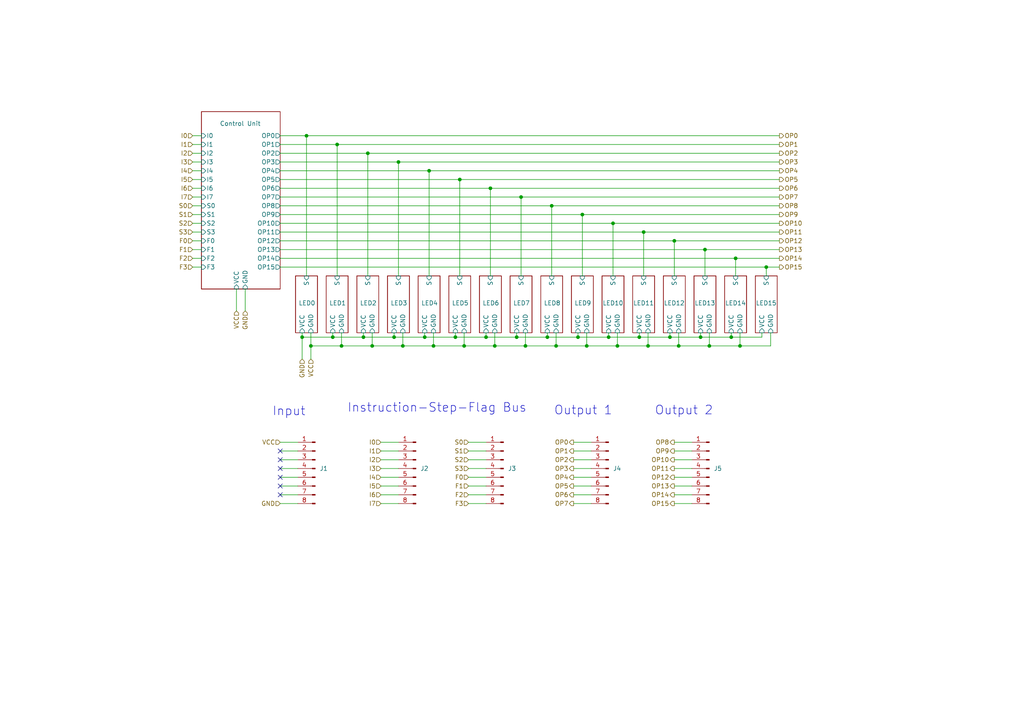
<source format=kicad_sch>
(kicad_sch (version 20250114) (generator "eeschema") (generator_version "9.0")
  (paper "A4")
  (title_block (title "Control Units") (date "2025-11-22") (rev "1.1") (company "Marco Vettigli"))
  (lib_symbols
    (symbol "Connector:Conn_01x08_Pin" (pin_names (offset 1.016) (hide yes))
      (property "Reference" "J" (at 0 10.16 0))
      (property "Value" "Conn_01x08_Pin" (at 0 -12.7 0))
      (symbol "Conn_01x08_Pin_1_1"
        (rectangle (start 0.8636 7.747) (end 0 7.493) (stroke (width 0.1524)) (fill (type outline)))
        (rectangle (start 0.8636 5.207) (end 0 4.953) (stroke (width 0.1524)) (fill (type outline)))
        (rectangle (start 0.8636 2.667) (end 0 2.413) (stroke (width 0.1524)) (fill (type outline)))
        (rectangle (start 0.8636 0.127) (end 0 -0.127) (stroke (width 0.1524)) (fill (type outline)))
        (rectangle (start 0.8636 -2.413) (end 0 -2.667) (stroke (width 0.1524)) (fill (type outline)))
        (rectangle (start 0.8636 -4.953) (end 0 -5.207) (stroke (width 0.1524)) (fill (type outline)))
        (rectangle (start 0.8636 -7.493) (end 0 -7.747) (stroke (width 0.1524)) (fill (type outline)))
        (rectangle (start 0.8636 -10.033) (end 0 -10.287) (stroke (width 0.1524)) (fill (type outline)))
        (polyline (pts (xy 1.27 7.62) (xy 0.8636 7.62)) (stroke (width 0.1524)))
        (polyline (pts (xy 1.27 5.08) (xy 0.8636 5.08)) (stroke (width 0.1524)))
        (polyline (pts (xy 1.27 2.54) (xy 0.8636 2.54)) (stroke (width 0.1524)))
        (polyline (pts (xy 1.27 0) (xy 0.8636 0)) (stroke (width 0.1524)))
        (polyline (pts (xy 1.27 -2.54) (xy 0.8636 -2.54)) (stroke (width 0.1524)))
        (polyline (pts (xy 1.27 -5.08) (xy 0.8636 -5.08)) (stroke (width 0.1524)))
        (polyline (pts (xy 1.27 -7.62) (xy 0.8636 -7.62)) (stroke (width 0.1524)))
        (polyline (pts (xy 1.27 -10.16) (xy 0.8636 -10.16)) (stroke (width 0.1524)))
        (pin passive line (at 5.08 7.62 180) (length 3.81) (name "Pin_1") (number "1"))
        (pin passive line (at 5.08 5.08 180) (length 3.81) (name "Pin_2") (number "2"))
        (pin passive line (at 5.08 2.54 180) (length 3.81) (name "Pin_3") (number "3"))
        (pin passive line (at 5.08 0 180) (length 3.81) (name "Pin_4") (number "4"))
        (pin passive line (at 5.08 -2.54 180) (length 3.81) (name "Pin_5") (number "5"))
        (pin passive line (at 5.08 -5.08 180) (length 3.81) (name "Pin_6") (number "6"))
        (pin passive line (at 5.08 -7.62 180) (length 3.81) (name "Pin_7") (number "7"))
        (pin passive line (at 5.08 -10.16 180) (length 3.81) (name "Pin_8") (number "8"))
      )
    )
  )
  (text "Instruction-Step-Flag Bus" (at 126.746 118.364 0) (effects (font (size 2.54 2.54))))
  (text "Output 2" (at 198.374 119.126 0) (effects (font (size 2.54 2.54))))
  (text "Input" (at 83.82 119.38 0) (effects (font (size 2.54 2.54))))
  (text "Output 1" (at 169.164 119.126 0) (effects (font (size 2.54 2.54))))
  (junction (at 133.35 52.07))
  (junction (at 105.41 97.79))
  (junction (at 187.96 100.33))
  (junction (at 115.57 46.99))
  (junction (at 213.36 74.93))
  (junction (at 152.4 100.33))
  (junction (at 88.9 39.37))
  (junction (at 177.8 64.77))
  (junction (at 107.95 100.33))
  (junction (at 124.46 49.53))
  (junction (at 134.62 100.33))
  (junction (at 214.63 100.33))
  (junction (at 185.42 97.79))
  (junction (at 158.75 97.79))
  (junction (at 114.3 97.79))
  (junction (at 204.47 72.39))
  (junction (at 222.25 77.47))
  (junction (at 151.13 57.15))
  (junction (at 161.29 100.33))
  (junction (at 160.02 59.69))
  (junction (at 97.79 41.91))
  (junction (at 90.17 100.33))
  (junction (at 179.07 100.33))
  (junction (at 205.74 100.33))
  (junction (at 96.52 97.79))
  (junction (at 106.68 44.45))
  (junction (at 195.58 69.85))
  (junction (at 170.18 100.33))
  (junction (at 176.53 97.79))
  (junction (at 203.2 97.79))
  (junction (at 116.84 100.33))
  (junction (at 123.19 97.79))
  (junction (at 87.63 97.79))
  (junction (at 142.24 54.61))
  (junction (at 143.51 100.33))
  (junction (at 140.97 97.79))
  (junction (at 194.31 97.79))
  (junction (at 125.73 100.33))
  (junction (at 186.69 67.31))
  (junction (at 167.64 97.79))
  (junction (at 99.06 100.33))
  (junction (at 132.08 97.79))
  (junction (at 196.85 100.33))
  (junction (at 212.09 97.79))
  (junction (at 149.86 97.79))
  (junction (at 168.91 62.23))
  (no_connect (at 81.28 143.51))
  (no_connect (at 81.28 140.97))
  (no_connect (at 81.28 133.35))
  (no_connect (at 81.28 138.43))
  (no_connect (at 81.28 130.81))
  (no_connect (at 81.28 135.89))
  (wire (pts (xy 134.62 100.33) (xy 125.73 100.33)))
  (wire (pts (xy 55.88 39.37) (xy 58.42 39.37)))
  (wire (pts (xy 81.28 57.15) (xy 151.13 57.15)))
  (wire (pts (xy 195.58 133.35) (xy 200.66 133.35)))
  (wire (pts (xy 177.8 64.77) (xy 177.8 80.01)))
  (wire (pts (xy 168.91 62.23) (xy 226.06 62.23)))
  (wire (pts (xy 81.28 143.51) (xy 86.36 143.51)))
  (wire (pts (xy 212.09 96.52) (xy 212.09 97.79)))
  (wire (pts (xy 115.57 46.99) (xy 115.57 80.01)))
  (wire (pts (xy 55.88 57.15) (xy 58.42 57.15)))
  (wire (pts (xy 55.88 77.47) (xy 58.42 77.47)))
  (wire (pts (xy 195.58 140.97) (xy 200.66 140.97)))
  (wire (pts (xy 88.9 39.37) (xy 226.06 39.37)))
  (wire (pts (xy 196.85 100.33) (xy 187.96 100.33)))
  (wire (pts (xy 90.17 100.33) (xy 90.17 104.14)))
  (wire (pts (xy 203.2 97.79) (xy 212.09 97.79)))
  (wire (pts (xy 55.88 72.39) (xy 58.42 72.39)))
  (wire (pts (xy 149.86 97.79) (xy 149.86 96.52)))
  (wire (pts (xy 143.51 96.52) (xy 143.51 100.33)))
  (wire (pts (xy 166.37 140.97) (xy 171.45 140.97)))
  (wire (pts (xy 143.51 100.33) (xy 134.62 100.33)))
  (wire (pts (xy 179.07 100.33) (xy 170.18 100.33)))
  (wire (pts (xy 149.86 97.79) (xy 158.75 97.79)))
  (wire (pts (xy 205.74 96.52) (xy 205.74 100.33)))
  (wire (pts (xy 135.89 130.81) (xy 140.97 130.81)))
  (wire (pts (xy 110.49 130.81) (xy 115.57 130.81)))
  (wire (pts (xy 223.52 96.52) (xy 223.52 100.33)))
  (wire (pts (xy 213.36 74.93) (xy 226.06 74.93)))
  (wire (pts (xy 99.06 96.52) (xy 99.06 100.33)))
  (wire (pts (xy 161.29 100.33) (xy 152.4 100.33)))
  (wire (pts (xy 166.37 138.43) (xy 171.45 138.43)))
  (wire (pts (xy 87.63 97.79) (xy 96.52 97.79)))
  (wire (pts (xy 96.52 97.79) (xy 105.41 97.79)))
  (wire (pts (xy 195.58 69.85) (xy 195.58 80.01)))
  (wire (pts (xy 152.4 96.52) (xy 152.4 100.33)))
  (wire (pts (xy 179.07 96.52) (xy 179.07 100.33)))
  (wire (pts (xy 160.02 59.69) (xy 226.06 59.69)))
  (wire (pts (xy 97.79 41.91) (xy 226.06 41.91)))
  (wire (pts (xy 204.47 72.39) (xy 226.06 72.39)))
  (wire (pts (xy 105.41 97.79) (xy 105.41 96.52)))
  (wire (pts (xy 187.96 96.52) (xy 187.96 100.33)))
  (wire (pts (xy 81.28 39.37) (xy 88.9 39.37)))
  (wire (pts (xy 55.88 74.93) (xy 58.42 74.93)))
  (wire (pts (xy 135.89 128.27) (xy 140.97 128.27)))
  (wire (pts (xy 96.52 96.52) (xy 96.52 97.79)))
  (wire (pts (xy 81.28 49.53) (xy 124.46 49.53)))
  (wire (pts (xy 68.58 83.82) (xy 68.58 90.17)))
  (wire (pts (xy 194.31 96.52) (xy 194.31 97.79)))
  (wire (pts (xy 81.28 146.05) (xy 86.36 146.05)))
  (wire (pts (xy 185.42 97.79) (xy 185.42 96.52)))
  (wire (pts (xy 106.68 44.45) (xy 226.06 44.45)))
  (wire (pts (xy 195.58 69.85) (xy 226.06 69.85)))
  (wire (pts (xy 81.28 59.69) (xy 160.02 59.69)))
  (wire (pts (xy 55.88 49.53) (xy 58.42 49.53)))
  (wire (pts (xy 87.63 104.14) (xy 87.63 97.79)))
  (wire (pts (xy 161.29 96.52) (xy 161.29 100.33)))
  (wire (pts (xy 142.24 54.61) (xy 226.06 54.61)))
  (wire (pts (xy 196.85 96.52) (xy 196.85 100.33)))
  (wire (pts (xy 185.42 97.79) (xy 194.31 97.79)))
  (wire (pts (xy 167.64 97.79) (xy 176.53 97.79)))
  (wire (pts (xy 116.84 96.52) (xy 116.84 100.33)))
  (wire (pts (xy 55.88 59.69) (xy 58.42 59.69)))
  (wire (pts (xy 110.49 135.89) (xy 115.57 135.89)))
  (wire (pts (xy 55.88 64.77) (xy 58.42 64.77)))
  (wire (pts (xy 135.89 140.97) (xy 140.97 140.97)))
  (wire (pts (xy 176.53 97.79) (xy 185.42 97.79)))
  (wire (pts (xy 81.28 69.85) (xy 195.58 69.85)))
  (wire (pts (xy 55.88 41.91) (xy 58.42 41.91)))
  (wire (pts (xy 105.41 97.79) (xy 114.3 97.79)))
  (wire (pts (xy 167.64 97.79) (xy 167.64 96.52)))
  (wire (pts (xy 158.75 97.79) (xy 167.64 97.79)))
  (wire (pts (xy 214.63 100.33) (xy 205.74 100.33)))
  (wire (pts (xy 55.88 67.31) (xy 58.42 67.31)))
  (wire (pts (xy 160.02 59.69) (xy 160.02 80.01)))
  (wire (pts (xy 124.46 49.53) (xy 124.46 80.01)))
  (wire (pts (xy 55.88 62.23) (xy 58.42 62.23)))
  (wire (pts (xy 176.53 97.79) (xy 176.53 96.52)))
  (wire (pts (xy 124.46 49.53) (xy 226.06 49.53)))
  (wire (pts (xy 166.37 146.05) (xy 171.45 146.05)))
  (wire (pts (xy 110.49 143.51) (xy 115.57 143.51)))
  (wire (pts (xy 204.47 72.39) (xy 204.47 80.01)))
  (wire (pts (xy 222.25 77.47) (xy 222.25 80.01)))
  (wire (pts (xy 81.28 140.97) (xy 86.36 140.97)))
  (wire (pts (xy 107.95 100.33) (xy 99.06 100.33)))
  (wire (pts (xy 214.63 96.52) (xy 214.63 100.33)))
  (wire (pts (xy 203.2 96.52) (xy 203.2 97.79)))
  (wire (pts (xy 166.37 128.27) (xy 171.45 128.27)))
  (wire (pts (xy 195.58 130.81) (xy 200.66 130.81)))
  (wire (pts (xy 55.88 54.61) (xy 58.42 54.61)))
  (wire (pts (xy 186.69 67.31) (xy 226.06 67.31)))
  (wire (pts (xy 151.13 57.15) (xy 151.13 80.01)))
  (wire (pts (xy 110.49 138.43) (xy 115.57 138.43)))
  (wire (pts (xy 110.49 140.97) (xy 115.57 140.97)))
  (wire (pts (xy 81.28 77.47) (xy 222.25 77.47)))
  (wire (pts (xy 55.88 46.99) (xy 58.42 46.99)))
  (wire (pts (xy 135.89 138.43) (xy 140.97 138.43)))
  (wire (pts (xy 107.95 96.52) (xy 107.95 100.33)))
  (wire (pts (xy 81.28 44.45) (xy 106.68 44.45)))
  (wire (pts (xy 166.37 130.81) (xy 171.45 130.81)))
  (wire (pts (xy 116.84 100.33) (xy 107.95 100.33)))
  (wire (pts (xy 152.4 100.33) (xy 143.51 100.33)))
  (wire (pts (xy 81.28 72.39) (xy 204.47 72.39)))
  (wire (pts (xy 166.37 135.89) (xy 171.45 135.89)))
  (wire (pts (xy 81.28 41.91) (xy 97.79 41.91)))
  (wire (pts (xy 158.75 97.79) (xy 158.75 96.52)))
  (wire (pts (xy 87.63 97.79) (xy 87.63 96.52)))
  (wire (pts (xy 90.17 96.52) (xy 90.17 100.33)))
  (wire (pts (xy 88.9 39.37) (xy 88.9 80.01)))
  (wire (pts (xy 177.8 64.77) (xy 226.06 64.77)))
  (wire (pts (xy 132.08 97.79) (xy 140.97 97.79)))
  (wire (pts (xy 213.36 74.93) (xy 213.36 80.01)))
  (wire (pts (xy 106.68 44.45) (xy 106.68 80.01)))
  (wire (pts (xy 55.88 52.07) (xy 58.42 52.07)))
  (wire (pts (xy 223.52 100.33) (xy 214.63 100.33)))
  (wire (pts (xy 81.28 135.89) (xy 86.36 135.89)))
  (wire (pts (xy 71.12 83.82) (xy 71.12 90.17)))
  (wire (pts (xy 220.98 96.52) (xy 220.98 97.79)))
  (wire (pts (xy 195.58 138.43) (xy 200.66 138.43)))
  (wire (pts (xy 81.28 74.93) (xy 213.36 74.93)))
  (wire (pts (xy 81.28 52.07) (xy 133.35 52.07)))
  (wire (pts (xy 97.79 41.91) (xy 97.79 80.01)))
  (wire (pts (xy 195.58 128.27) (xy 200.66 128.27)))
  (wire (pts (xy 134.62 96.52) (xy 134.62 100.33)))
  (wire (pts (xy 81.28 138.43) (xy 86.36 138.43)))
  (wire (pts (xy 115.57 46.99) (xy 226.06 46.99)))
  (wire (pts (xy 55.88 44.45) (xy 58.42 44.45)))
  (wire (pts (xy 81.28 64.77) (xy 177.8 64.77)))
  (wire (pts (xy 81.28 46.99) (xy 115.57 46.99)))
  (wire (pts (xy 166.37 143.51) (xy 171.45 143.51)))
  (wire (pts (xy 81.28 130.81) (xy 86.36 130.81)))
  (wire (pts (xy 114.3 97.79) (xy 123.19 97.79)))
  (wire (pts (xy 205.74 100.33) (xy 196.85 100.33)))
  (wire (pts (xy 135.89 143.51) (xy 140.97 143.51)))
  (wire (pts (xy 194.31 97.79) (xy 203.2 97.79)))
  (wire (pts (xy 81.28 133.35) (xy 86.36 133.35)))
  (wire (pts (xy 135.89 133.35) (xy 140.97 133.35)))
  (wire (pts (xy 110.49 128.27) (xy 115.57 128.27)))
  (wire (pts (xy 81.28 54.61) (xy 142.24 54.61)))
  (wire (pts (xy 140.97 97.79) (xy 140.97 96.52)))
  (wire (pts (xy 90.17 100.33) (xy 99.06 100.33)))
  (wire (pts (xy 195.58 146.05) (xy 200.66 146.05)))
  (wire (pts (xy 170.18 96.52) (xy 170.18 100.33)))
  (wire (pts (xy 123.19 97.79) (xy 123.19 96.52)))
  (wire (pts (xy 123.19 97.79) (xy 132.08 97.79)))
  (wire (pts (xy 55.88 69.85) (xy 58.42 69.85)))
  (wire (pts (xy 133.35 52.07) (xy 133.35 80.01)))
  (wire (pts (xy 133.35 52.07) (xy 226.06 52.07)))
  (wire (pts (xy 166.37 133.35) (xy 171.45 133.35)))
  (wire (pts (xy 140.97 97.79) (xy 149.86 97.79)))
  (wire (pts (xy 110.49 133.35) (xy 115.57 133.35)))
  (wire (pts (xy 212.09 97.79) (xy 220.98 97.79)))
  (wire (pts (xy 170.18 100.33) (xy 161.29 100.33)))
  (wire (pts (xy 195.58 135.89) (xy 200.66 135.89)))
  (wire (pts (xy 222.25 77.47) (xy 226.06 77.47)))
  (wire (pts (xy 81.28 128.27) (xy 86.36 128.27)))
  (wire (pts (xy 81.28 67.31) (xy 186.69 67.31)))
  (wire (pts (xy 125.73 96.52) (xy 125.73 100.33)))
  (wire (pts (xy 187.96 100.33) (xy 179.07 100.33)))
  (wire (pts (xy 110.49 146.05) (xy 115.57 146.05)))
  (wire (pts (xy 151.13 57.15) (xy 226.06 57.15)))
  (wire (pts (xy 168.91 62.23) (xy 168.91 80.01)))
  (wire (pts (xy 132.08 97.79) (xy 132.08 96.52)))
  (wire (pts (xy 142.24 54.61) (xy 142.24 80.01)))
  (wire (pts (xy 186.69 67.31) (xy 186.69 80.01)))
  (wire (pts (xy 135.89 135.89) (xy 140.97 135.89)))
  (wire (pts (xy 135.89 146.05) (xy 140.97 146.05)))
  (wire (pts (xy 195.58 143.51) (xy 200.66 143.51)))
  (wire (pts (xy 114.3 97.79) (xy 114.3 96.52)))
  (wire (pts (xy 125.73 100.33) (xy 116.84 100.33)))
  (wire (pts (xy 81.28 62.23) (xy 168.91 62.23)))
  (hierarchical_label "S0" (shape input) (at 135.89 128.27 180))
  (hierarchical_label "OP1" (shape output) (at 166.37 130.81 180))
  (hierarchical_label "I5" (shape input) (at 110.49 140.97 180))
  (hierarchical_label "GND" (shape input) (at 87.63 104.14 270))
  (hierarchical_label "OP8" (shape output) (at 195.58 128.27 180))
  (hierarchical_label "S2" (shape input) (at 135.89 133.35 180))
  (hierarchical_label "I0" (shape input) (at 55.88 39.37 180))
  (hierarchical_label "OP13" (shape output) (at 195.58 140.97 180))
  (hierarchical_label "OP8" (shape output) (at 226.06 59.69 0))
  (hierarchical_label "F3" (shape input) (at 55.88 77.47 180))
  (hierarchical_label "OP4" (shape output) (at 226.06 49.53 0))
  (hierarchical_label "OP9" (shape output) (at 195.58 130.81 180))
  (hierarchical_label "F3" (shape input) (at 135.89 146.05 180))
  (hierarchical_label "OP9" (shape output) (at 226.06 62.23 0))
  (hierarchical_label "OP7" (shape output) (at 226.06 57.15 0))
  (hierarchical_label "OP6" (shape output) (at 226.06 54.61 0))
  (hierarchical_label "F2" (shape input) (at 55.88 74.93 180))
  (hierarchical_label "OP3" (shape output) (at 166.37 135.89 180))
  (hierarchical_label "S2" (shape input) (at 55.88 64.77 180))
  (hierarchical_label "OP0" (shape output) (at 166.37 128.27 180))
  (hierarchical_label "F0" (shape input) (at 55.88 69.85 180))
  (hierarchical_label "I5" (shape input) (at 55.88 52.07 180))
  (hierarchical_label "OP7" (shape output) (at 166.37 146.05 180))
  (hierarchical_label "OP4" (shape output) (at 166.37 138.43 180))
  (hierarchical_label "I2" (shape input) (at 110.49 133.35 180))
  (hierarchical_label "OP10" (shape output) (at 226.06 64.77 0))
  (hierarchical_label "I1" (shape input) (at 110.49 130.81 180))
  (hierarchical_label "F2" (shape input) (at 135.89 143.51 180))
  (hierarchical_label "OP1" (shape output) (at 226.06 41.91 0))
  (hierarchical_label "OP11" (shape output) (at 226.06 67.31 0))
  (hierarchical_label "I7" (shape input) (at 110.49 146.05 180))
  (hierarchical_label "OP3" (shape output) (at 226.06 46.99 0))
  (hierarchical_label "I4" (shape input) (at 110.49 138.43 180))
  (hierarchical_label "OP14" (shape output) (at 226.06 74.93 0))
  (hierarchical_label "I6" (shape input) (at 110.49 143.51 180))
  (hierarchical_label "I4" (shape input) (at 55.88 49.53 180))
  (hierarchical_label "OP5" (shape output) (at 166.37 140.97 180))
  (hierarchical_label "I3" (shape input) (at 55.88 46.99 180))
  (hierarchical_label "S0" (shape input) (at 55.88 59.69 180))
  (hierarchical_label "S1" (shape input) (at 55.88 62.23 180))
  (hierarchical_label "F1" (shape input) (at 55.88 72.39 180))
  (hierarchical_label "I2" (shape input) (at 55.88 44.45 180))
  (hierarchical_label "OP0" (shape output) (at 226.06 39.37 0))
  (hierarchical_label "S3" (shape input) (at 135.89 135.89 180))
  (hierarchical_label "I0" (shape input) (at 110.49 128.27 180))
  (hierarchical_label "OP12" (shape output) (at 226.06 69.85 0))
  (hierarchical_label "OP2" (shape output) (at 166.37 133.35 180))
  (hierarchical_label "OP2" (shape output) (at 226.06 44.45 0))
  (hierarchical_label "I7" (shape input) (at 55.88 57.15 180))
  (hierarchical_label "OP6" (shape output) (at 166.37 143.51 180))
  (hierarchical_label "S3" (shape input) (at 55.88 67.31 180))
  (hierarchical_label "GND" (shape input) (at 81.28 146.05 180))
  (hierarchical_label "I3" (shape input) (at 110.49 135.89 180))
  (hierarchical_label "F1" (shape input) (at 135.89 140.97 180))
  (hierarchical_label "OP12" (shape output) (at 195.58 138.43 180))
  (hierarchical_label "VCC" (shape input) (at 68.58 90.17 270))
  (hierarchical_label "OP13" (shape output) (at 226.06 72.39 0))
  (hierarchical_label "OP10" (shape output) (at 195.58 133.35 180))
  (hierarchical_label "OP5" (shape output) (at 226.06 52.07 0))
  (hierarchical_label "I6" (shape input) (at 55.88 54.61 180))
  (hierarchical_label "OP15" (shape output) (at 226.06 77.47 0))
  (hierarchical_label "S1" (shape input) (at 135.89 130.81 180))
  (hierarchical_label "VCC" (shape input) (at 81.28 128.27 180))
  (hierarchical_label "OP15" (shape output) (at 195.58 146.05 180))
  (hierarchical_label "OP11" (shape output) (at 195.58 135.89 180))
  (hierarchical_label "F0" (shape input) (at 135.89 138.43 180))
  (hierarchical_label "OP14" (shape output) (at 195.58 143.51 180))
  (hierarchical_label "I1" (shape input) (at 55.88 41.91 180))
  (hierarchical_label "VCC" (shape input) (at 90.17 104.14 270))
  (hierarchical_label "GND" (shape input) (at 71.12 90.17 270))
  (symbol (lib_id "Connector:Conn_01x08_Pin") (at 120.65 135.89 0) (mirror y) (unit 1)
    (property "Reference" "J2" (at 121.92 135.8899 0) (effects (justify right)))
    (property "Value" "Instruction Bus" (effects (hide yes)))
    (property "Footprint" "Custom:PinHeader_1x08_P2.54mm_Horizontal" (effects (hide yes)))
    (property "Description" "Generic connector, single row, 01x08, script generated" (effects (hide yes)))
  )
  (symbol (lib_id "Connector:Conn_01x08_Pin") (at 91.44 135.89 0) (mirror y) (unit 1)
    (property "Reference" "J1" (at 92.71 135.8899 0) (effects (justify right)))
    (property "Value" "Input" (effects (hide yes)))
    (property "Footprint" "Custom:PinHeader_1x08_P2.54mm_Horizontal" (effects (hide yes)))
    (property "Description" "Generic connector, single row, 01x08, script generated" (effects (hide yes)))
  )
  (symbol (lib_id "Connector:Conn_01x08_Pin") (at 146.05 135.89 0) (mirror y) (unit 1)
    (property "Reference" "J3" (at 147.32 135.8899 0) (effects (justify right)))
    (property "Value" "Step-Flag Bus" (effects (hide yes)))
    (property "Footprint" "Custom:PinHeader_1x08_P2.54mm_Horizontal" (effects (hide yes)))
    (property "Description" "Generic connector, single row, 01x08, script generated" (effects (hide yes)))
  )
  (symbol (lib_id "Connector:Conn_01x08_Pin") (at 176.53 135.89 0) (mirror y) (unit 1)
    (property "Reference" "J4" (at 177.8 135.8899 0) (effects (justify right)))
    (property "Value" "Output 1" (effects (hide yes)))
    (property "Footprint" "Custom:PinHeader_1x08_P2.54mm_Horizontal" (effects (hide yes)))
    (property "Description" "Generic connector, single row, 01x08, script generated" (effects (hide yes)))
  )
  (symbol (lib_id "Connector:Conn_01x08_Pin") (at 205.74 135.89 0) (mirror y) (unit 1)
    (property "Reference" "J5" (at 207.01 135.8899 0) (effects (justify right)))
    (property "Value" "Output 2" (effects (hide yes)))
    (property "Footprint" "Custom:PinHeader_1x08_P2.54mm_Horizontal" (effects (hide yes)))
    (property "Description" "Generic connector, single row, 01x08, script generated" (effects (hide yes)))
  )
  (sheet (at 165.735 80.01) (size 6.35 16.51) (stroke (width 0.1524))
    (property "Sheetname" "LED9" (at 166.624 88.646 0) (effects (justify left bottom)))
    (property "Sheetfile" "led-2way.kicad_sch" (effects (hide yes)))
    (pin "VCC" input (at 167.64 96.52 270))
    (pin "GND" input (at 170.18 96.52 270))
    (pin "S" input (at 168.91 80.01 90))
  )
  (sheet (at 201.295 80.01) (size 6.35 16.51) (stroke (width 0.1524))
    (property "Sheetname" "LED13" (at 201.422 88.646 0) (effects (justify left bottom)))
    (property "Sheetfile" "led-2way.kicad_sch" (effects (hide yes)))
    (pin "VCC" input (at 203.2 96.52 270))
    (pin "GND" input (at 205.74 96.52 270))
    (pin "S" input (at 204.47 80.01 90))
  )
  (sheet (at 147.955 80.01) (size 6.35 16.51) (stroke (width 0.1524))
    (property "Sheetname" "LED7" (at 148.844 88.646 0) (effects (justify left bottom)))
    (property "Sheetfile" "led-2way.kicad_sch" (effects (hide yes)))
    (pin "VCC" input (at 149.86 96.52 270))
    (pin "GND" input (at 152.4 96.52 270))
    (pin "S" input (at 151.13 80.01 90))
  )
  (sheet (at 121.285 80.01) (size 6.35 16.51) (stroke (width 0.1524))
    (property "Sheetname" "LED4" (at 122.174 88.646 0) (effects (justify left bottom)))
    (property "Sheetfile" "led-2way.kicad_sch" (effects (hide yes)))
    (pin "VCC" input (at 123.19 96.52 270))
    (pin "GND" input (at 125.73 96.52 270))
    (pin "S" input (at 124.46 80.01 90))
  )
  (sheet (at 174.625 80.01) (size 6.35 16.51) (stroke (width 0.1524))
    (property "Sheetname" "LED10" (at 174.752 88.646 0) (effects (justify left bottom)))
    (property "Sheetfile" "led-2way.kicad_sch" (effects (hide yes)))
    (pin "VCC" input (at 176.53 96.52 270))
    (pin "GND" input (at 179.07 96.52 270))
    (pin "S" input (at 177.8 80.01 90))
  )
  (sheet (at 183.515 80.01) (size 6.35 16.51) (stroke (width 0.1524))
    (property "Sheetname" "LED11" (at 183.642 88.646 0) (effects (justify left bottom)))
    (property "Sheetfile" "led-2way.kicad_sch" (effects (hide yes)))
    (pin "VCC" input (at 185.42 96.52 270))
    (pin "GND" input (at 187.96 96.52 270))
    (pin "S" input (at 186.69 80.01 90))
  )
  (sheet (at 139.065 80.01) (size 6.35 16.51) (stroke (width 0.1524))
    (property "Sheetname" "LED6" (at 139.954 88.646 0) (effects (justify left bottom)))
    (property "Sheetfile" "led-2way.kicad_sch" (effects (hide yes)))
    (pin "VCC" input (at 140.97 96.52 270))
    (pin "GND" input (at 143.51 96.52 270))
    (pin "S" input (at 142.24 80.01 90))
  )
  (sheet (at 219.075 80.01) (size 6.35 16.51) (stroke (width 0.1524))
    (property "Sheetname" "LED15" (at 219.202 88.646 0) (effects (justify left bottom)))
    (property "Sheetfile" "led-2way.kicad_sch" (effects (hide yes)))
    (pin "VCC" input (at 220.98 96.52 270))
    (pin "GND" input (at 223.52 96.52 270))
    (pin "S" input (at 222.25 80.01 90))
  )
  (sheet (at 156.845 80.01) (size 6.35 16.51) (stroke (width 0.1524))
    (property "Sheetname" "LED8" (at 157.734 88.646 0) (effects (justify left bottom)))
    (property "Sheetfile" "led-2way.kicad_sch" (effects (hide yes)))
    (pin "VCC" input (at 158.75 96.52 270))
    (pin "GND" input (at 161.29 96.52 270))
    (pin "S" input (at 160.02 80.01 90))
  )
  (sheet (at 94.615 80.01) (size 6.35 16.51) (stroke (width 0.1524))
    (property "Sheetname" "LED1" (at 95.504 88.646 0) (effects (justify left bottom)))
    (property "Sheetfile" "led-2way.kicad_sch" (effects (hide yes)))
    (pin "VCC" input (at 96.52 96.52 270))
    (pin "GND" input (at 99.06 96.52 270))
    (pin "S" input (at 97.79 80.01 90))
  )
  (sheet (at 112.395 80.01) (size 6.35 16.51) (stroke (width 0.1524))
    (property "Sheetname" "LED3" (at 113.284 88.646 0) (effects (justify left bottom)))
    (property "Sheetfile" "led-2way.kicad_sch" (effects (hide yes)))
    (pin "VCC" input (at 114.3 96.52 270))
    (pin "GND" input (at 116.84 96.52 270))
    (pin "S" input (at 115.57 80.01 90))
  )
  (sheet (at 130.175 80.01) (size 6.35 16.51) (stroke (width 0.1524))
    (property "Sheetname" "LED5" (at 131.064 88.646 0) (effects (justify left bottom)))
    (property "Sheetfile" "led-2way.kicad_sch" (effects (hide yes)))
    (pin "VCC" input (at 132.08 96.52 270))
    (pin "GND" input (at 134.62 96.52 270))
    (pin "S" input (at 133.35 80.01 90))
  )
  (sheet (at 210.185 80.01) (size 6.35 16.51) (stroke (width 0.1524))
    (property "Sheetname" "LED14" (at 210.312 88.646 0) (effects (justify left bottom)))
    (property "Sheetfile" "led-2way.kicad_sch" (effects (hide yes)))
    (pin "VCC" input (at 212.09 96.52 270))
    (pin "GND" input (at 214.63 96.52 270))
    (pin "S" input (at 213.36 80.01 90))
  )
  (sheet (at 58.42 32.385) (size 22.86 51.435) (stroke (width 0.1524))
    (property "Sheetname" "Control Unit" (at 63.754 36.576 0) (effects (justify left bottom)))
    (property "Sheetfile" "control-unit.kicad_sch" (effects (hide yes)))
    (pin "OP3" output (at 81.28 46.99 0))
    (pin "OP8" output (at 81.28 59.69 0))
    (pin "OP11" output (at 81.28 67.31 0))
    (pin "OP13" output (at 81.28 72.39 0))
    (pin "OP5" output (at 81.28 52.07 0))
    (pin "OP15" output (at 81.28 77.47 0))
    (pin "OP6" output (at 81.28 54.61 0))
    (pin "OP10" output (at 81.28 64.77 0))
    (pin "OP12" output (at 81.28 69.85 0))
    (pin "OP2" output (at 81.28 44.45 0))
    (pin "OP1" output (at 81.28 41.91 0))
    (pin "OP4" output (at 81.28 49.53 0))
    (pin "OP0" output (at 81.28 39.37 0))
    (pin "OP9" output (at 81.28 62.23 0))
    (pin "OP14" output (at 81.28 74.93 0))
    (pin "OP7" output (at 81.28 57.15 0))
    (pin "I5" input (at 58.42 52.07 180))
    (pin "I6" input (at 58.42 54.61 180))
    (pin "I1" input (at 58.42 41.91 180))
    (pin "I7" input (at 58.42 57.15 180))
    (pin "I0" input (at 58.42 39.37 180))
    (pin "I3" input (at 58.42 46.99 180))
    (pin "I4" input (at 58.42 49.53 180))
    (pin "I2" input (at 58.42 44.45 180))
    (pin "S3" input (at 58.42 67.31 180))
    (pin "S0" input (at 58.42 59.69 180))
    (pin "S2" input (at 58.42 64.77 180))
    (pin "S1" input (at 58.42 62.23 180))
    (pin "F0" input (at 58.42 69.85 180))
    (pin "F2" input (at 58.42 74.93 180))
    (pin "F1" input (at 58.42 72.39 180))
    (pin "F3" input (at 58.42 77.47 180))
    (pin "GND" input (at 71.12 83.82 270))
    (pin "VCC" input (at 68.58 83.82 270))
  )
  (sheet (at 103.505 80.01) (size 6.35 16.51) (stroke (width 0.1524))
    (property "Sheetname" "LED2" (at 104.394 88.646 0) (effects (justify left bottom)))
    (property "Sheetfile" "led-2way.kicad_sch" (effects (hide yes)))
    (pin "VCC" input (at 105.41 96.52 270))
    (pin "GND" input (at 107.95 96.52 270))
    (pin "S" input (at 106.68 80.01 90))
  )
  (sheet (at 192.405 80.01) (size 6.35 16.51) (stroke (width 0.1524))
    (property "Sheetname" "LED12" (at 192.532 88.646 0) (effects (justify left bottom)))
    (property "Sheetfile" "led-2way.kicad_sch" (effects (hide yes)))
    (pin "VCC" input (at 194.31 96.52 270))
    (pin "GND" input (at 196.85 96.52 270))
    (pin "S" input (at 195.58 80.01 90))
  )
  (sheet (at 85.725 80.01) (size 6.35 16.51) (stroke (width 0.1524))
    (property "Sheetname" "LED0" (at 86.614 88.646 0) (effects (justify left bottom)))
    (property "Sheetfile" "led-2way.kicad_sch" (effects (hide yes)))
    (pin "VCC" input (at 87.63 96.52 270))
    (pin "GND" input (at 90.17 96.52 270))
    (pin "S" input (at 88.9 80.01 90))
  )
)
</source>
